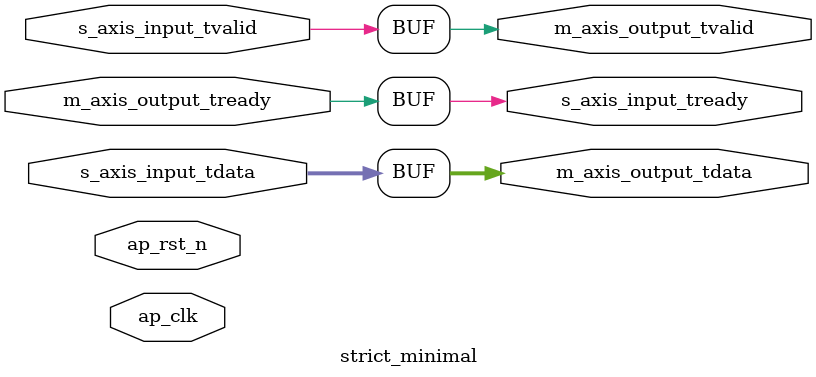
<source format=sv>

module strict_minimal #(
    // Input interface parameters
    parameter integer s_axis_input_BDIM = 16,
    parameter integer s_axis_input_SDIM = 256,
    
    // Output interface parameters  
    parameter integer m_axis_output_BDIM = 16,
    
    // Data width
    parameter integer DATA_WIDTH = 32
) (
    // Global control interface (required)
    input wire ap_clk,
    input wire ap_rst_n,
    
    // AXI-Stream input interface
    input wire [DATA_WIDTH-1:0] s_axis_input_tdata,
    input wire s_axis_input_tvalid,
    output wire s_axis_input_tready,
    
    // AXI-Stream output interface
    output wire [DATA_WIDTH-1:0] m_axis_output_tdata,
    output wire m_axis_output_tvalid,
    input wire m_axis_output_tready
);

    // Minimal implementation - direct passthrough
    assign m_axis_output_tdata = s_axis_input_tdata;
    assign m_axis_output_tvalid = s_axis_input_tvalid;
    assign s_axis_input_tready = m_axis_output_tready;

endmodule
</source>
